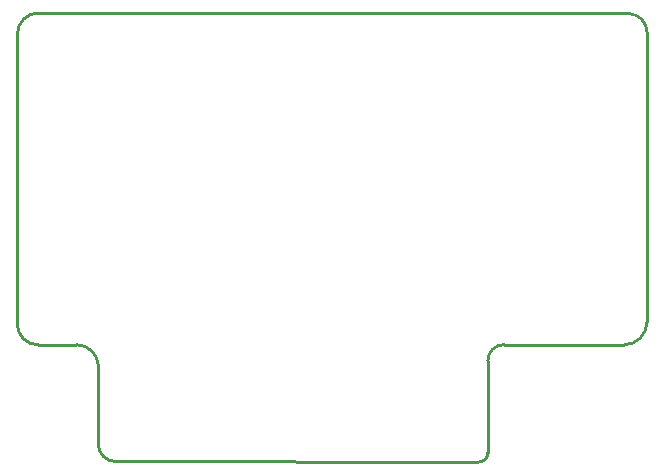
<source format=gbr>
%TF.GenerationSoftware,Altium Limited,Altium Designer,24.2.2 (26)*%
G04 Layer_Color=16711935*
%FSLAX45Y45*%
%MOMM*%
%TF.SameCoordinates,49D751E1-909A-4D1D-99CC-CC6D119DB9C5*%
%TF.FilePolarity,Positive*%
%TF.FileFunction,Keep-out,Top*%
%TF.Part,Single*%
G01*
G75*
%TA.AperFunction,NonConductor*%
%ADD36C,0.25400*%
D36*
X4704012Y-4494075D02*
G03*
X4567259Y-4630828I0J-136754D01*
G01*
X4488420Y-5489670D02*
G03*
X4568704Y-5408756I0J80286D01*
G01*
X1269999Y-5338509D02*
G03*
X1414703Y-5483213I144704J0D01*
G01*
X5916960Y-1853948D02*
G03*
X5752121Y-1689108I-164840J0D01*
G01*
X5718544Y-4497008D02*
G03*
X5916186Y-4299366I0J197642D01*
G01*
X584158Y-4320975D02*
G03*
X759786Y-4496602I175628J0D01*
G01*
X1270946Y-4680627D02*
G03*
X1084782Y-4494463I-186164J0D01*
G01*
X762412Y-1686511D02*
G03*
X585092Y-1863831I0J-177320D01*
G01*
X4704012Y-4494075D02*
X5718544Y-4497008D01*
X4567259Y-4630828D02*
X4568704Y-5408756D01*
X1414703Y-5483213D02*
X4488420Y-5489670D01*
X1269985Y-4831423D02*
X1269999Y-5338509D01*
X3215005Y-1689100D02*
X5752121Y-1689108D01*
X5916186Y-4299366D02*
X5916960Y-1853948D01*
X762412Y-1686511D02*
X3215005Y-1689100D01*
X759786Y-4496602D02*
X1084782Y-4494463D01*
X1269985Y-4831423D02*
X1270946Y-4680627D01*
X584158Y-4320975D02*
X585092Y-1863831D01*
%TF.MD5,737e9744cbf2c00e4af76234d7125d1a*%
M02*

</source>
